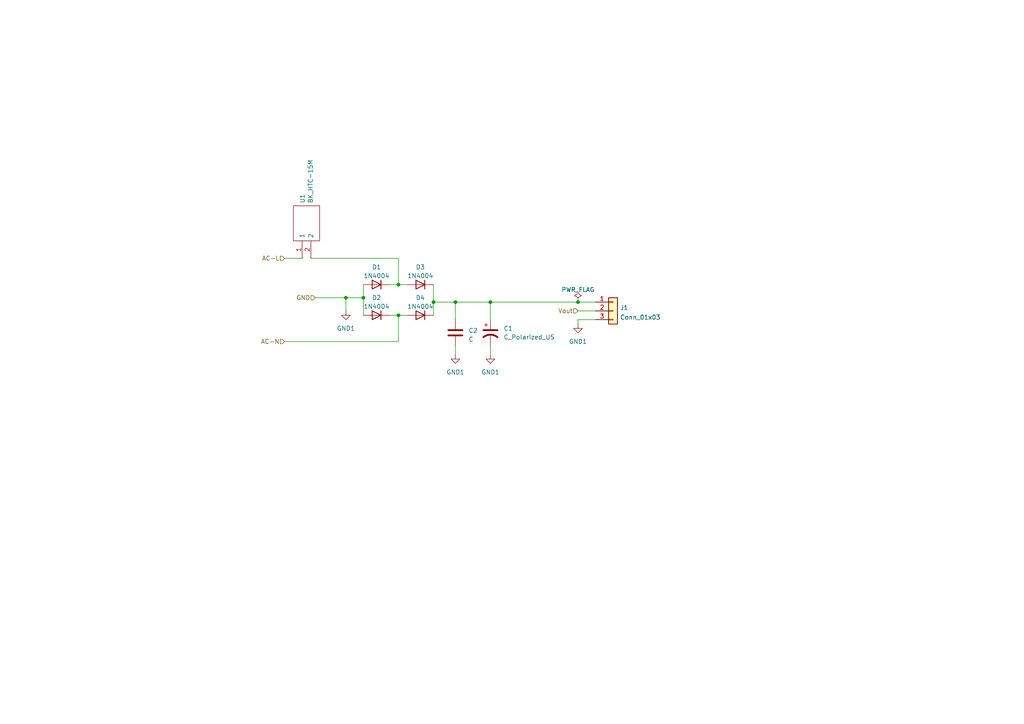
<source format=kicad_sch>
(kicad_sch (version 20230121) (generator eeschema)
  (paper "A4")
  (lib_symbols
    (symbol "Connector_Generic:Conn_01x03" (pin_names (offset 1.016) hide)
      (property "Reference" "J" (at 0 5.08 0))
      (property "Value" "Conn_01x03" (at 0 -5.08 0))
      (symbol "Conn_01x03_1_1"
        (rectangle (start -1.27 -2.413) (end 0 -2.667) (stroke (width 0.1524)))
        (rectangle (start -1.27 0.127) (end 0 -0.127) (stroke (width 0.1524)))
        (rectangle (start -1.27 2.667) (end 0 2.413) (stroke (width 0.1524)))
        (rectangle (start -1.27 3.81) (end 1.27 -3.81) (stroke (width 0.254)) (fill (type background)))
        (pin passive line (at -5.08 2.54 0) (length 3.81) (name "Pin_1") (number "1"))
        (pin passive line (at -5.08 0 0) (length 3.81) (name "Pin_2") (number "2"))
        (pin passive line (at -5.08 -2.54 0) (length 3.81) (name "Pin_3") (number "3"))
      )
    )
    (symbol "Device:C" (pin_numbers hide) (pin_names (offset 0.254))
      (property "Reference" "C" (at 0.635 2.54 0))
      (property "Value" "C" (at 0.635 -2.54 0))
      (symbol "C_0_1"
        (polyline (pts (xy -2.032 -0.762) (xy 2.032 -0.762)) (stroke (width 0.508)))
        (polyline (pts (xy -2.032 0.762) (xy 2.032 0.762)) (stroke (width 0.508)))
      )
      (symbol "C_1_1"
        (pin passive line (at 0 3.81 270) (length 2.794) (name "~") (number "1"))
        (pin passive line (at 0 -3.81 90) (length 2.794) (name "~") (number "2"))
      )
    )
    (symbol "Device:C_Polarized_US" (pin_numbers hide) (pin_names (offset 0.254) hide)
      (property "Reference" "C" (at 0.635 2.54 0))
      (property "Value" "C_Polarized_US" (at 0.635 -2.54 0))
      (symbol "C_Polarized_US_0_1"
        (polyline (pts (xy -2.032 0.762) (xy 2.032 0.762)) (stroke (width 0.508)))
        (polyline (pts (xy -1.778 2.286) (xy -0.762 2.286)))
        (polyline (pts (xy -1.27 1.778) (xy -1.27 2.794)))
        (arc (start 2.032 -1.27) (mid 0 -0.5572) (end -2.032 -1.27) (stroke (width 0.508)))
      )
      (symbol "C_Polarized_US_1_1"
        (pin passive line (at 0 3.81 270) (length 2.794) (name "~") (number "1"))
        (pin passive line (at 0 -3.81 90) (length 3.302) (name "~") (number "2"))
      )
    )
    (symbol "Diode:1N4004" (pin_numbers hide) (pin_names hide)
      (property "Reference" "D" (at 0 2.54 0))
      (property "Value" "1N4004" (at 0 -2.54 0))
      (symbol "1N4004_0_1"
        (polyline (pts (xy -1.27 1.27) (xy -1.27 -1.27)) (stroke (width 0.254)))
        (polyline (pts (xy 1.27 0) (xy -1.27 0)))
        (polyline (pts (xy 1.27 1.27) (xy 1.27 -1.27) (xy -1.27 0) (xy 1.27 1.27)) (stroke (width 0.254)))
      )
      (symbol "1N4004_1_1"
        (pin passive line (at -3.81 0 0) (length 2.54) (name "K") (number "1"))
        (pin passive line (at 3.81 0 180) (length 2.54) (name "A") (number "2"))
      )
    )
    (symbol "SamacSys_Parts:BK_HTC-15M" (pin_names (offset 0.762))
      (property "Reference" "U" (at 16.51 7.62 0))
      (property "Value" "SamacSys_Parts_BK_HTC-15M" (at 16.51 5.08 0))
      (symbol "BK_HTC-15M_0_0"
        (pin passive line (at 0 0 0) (length 5.08) (name "1") (number "1"))
        (pin passive line (at 0 -2.54 0) (length 5.08) (name "2") (number "2"))
      )
      (symbol "BK_HTC-15M_0_1"
        (polyline (pts (xy 5.08 2.54) (xy 15.24 2.54) (xy 15.24 -5.08) (xy 5.08 -5.08) (xy 5.08 2.54)) (stroke (width 0.1524)))
      )
    )
    (symbol "power:GND1" (power) (pin_names (offset 0))
      (property "Value" "GND1" (at 0 -3.81 0))
      (symbol "GND1_0_1"
        (polyline (pts (xy 0 0) (xy 0 -1.27) (xy 1.27 -1.27) (xy 0 -2.54) (xy -1.27 -1.27) (xy 0 -1.27)))
      )
      (symbol "GND1_1_1"
        (pin power_in line (at 0 0 270) (length 0) hide (name "GND1") (number "1"))
      )
    )
    (symbol "power:PWR_FLAG" (power) (pin_numbers hide) (pin_names (offset 0) hide)
      (property "Value" "PWR_FLAG" (at 0 3.81 0))
      (symbol "PWR_FLAG_0_0"
        (pin power_out line (at 0 0 90) (length 0) (name "pwr") (number "1"))
      )
      (symbol "PWR_FLAG_0_1"
        (polyline (pts (xy 0 0) (xy 0 1.27) (xy -1.016 1.905) (xy 0 2.54) (xy 1.016 1.905) (xy 0 1.27)))
      )
    )
  )
  (junction (at 125.73 87.63))
  (junction (at 167.64 87.63))
  (junction (at 100.33 86.36))
  (junction (at 105.41 86.36))
  (junction (at 132.08 87.63))
  (junction (at 115.57 91.44))
  (junction (at 142.24 87.63))
  (junction (at 115.57 82.55))
  (wire (pts (xy 142.24 87.63) (xy 167.64 87.63)))
  (wire (pts (xy 91.44 86.36) (xy 100.33 86.36)))
  (wire (pts (xy 167.64 90.17) (xy 172.72 90.17)))
  (wire (pts (xy 105.41 82.55) (xy 105.41 86.36)))
  (wire (pts (xy 115.57 91.44) (xy 118.11 91.44)))
  (wire (pts (xy 113.03 91.44) (xy 115.57 91.44)))
  (wire (pts (xy 113.03 82.55) (xy 115.57 82.55)))
  (wire (pts (xy 132.08 100.33) (xy 132.08 102.87)))
  (wire (pts (xy 100.33 86.36) (xy 100.33 90.17)))
  (wire (pts (xy 142.24 87.63) (xy 142.24 92.71)))
  (wire (pts (xy 125.73 82.55) (xy 125.73 87.63)))
  (wire (pts (xy 132.08 92.71) (xy 132.08 87.63)))
  (wire (pts (xy 82.55 74.93) (xy 87.63 74.93)))
  (wire (pts (xy 167.64 87.63) (xy 172.72 87.63)))
  (wire (pts (xy 90.17 74.93) (xy 115.57 74.93)))
  (wire (pts (xy 100.33 86.36) (xy 105.41 86.36)))
  (wire (pts (xy 115.57 82.55) (xy 118.11 82.55)))
  (wire (pts (xy 82.55 99.06) (xy 115.57 99.06)))
  (wire (pts (xy 115.57 74.93) (xy 115.57 82.55)))
  (wire (pts (xy 125.73 87.63) (xy 132.08 87.63)))
  (wire (pts (xy 172.72 92.71) (xy 167.64 92.71)))
  (wire (pts (xy 167.64 92.71) (xy 167.64 93.98)))
  (wire (pts (xy 115.57 99.06) (xy 115.57 91.44)))
  (wire (pts (xy 105.41 86.36) (xy 105.41 91.44)))
  (wire (pts (xy 142.24 100.33) (xy 142.24 102.87)))
  (wire (pts (xy 132.08 87.63) (xy 142.24 87.63)))
  (wire (pts (xy 125.73 87.63) (xy 125.73 91.44)))
  (hierarchical_label "Vout" (shape input) (at 167.64 90.17 180))
  (hierarchical_label "AC-N" (shape input) (at 82.55 99.06 180))
  (hierarchical_label "AC-L" (shape input) (at 82.55 74.93 180))
  (hierarchical_label "GND" (shape input) (at 91.44 86.36 180))
  (symbol (lib_id "Diode:1N4004") (at 109.22 82.55 0) (mirror y) (unit 1)
    (property "Reference" "D1" (at 109.22 77.47 0))
    (property "Value" "1N4004" (at 109.22 80.01 0))
    (property "Footprint" "Diode_THT:D_DO-41_SOD81_P10.16mm_Horizontal" (effects hide))
    (property "Datasheet" "http://www.vishay.com/docs/88503/1n4001.pdf" (effects hide))
    (property "Sim.Device" "D" (effects hide))
    (property "Sim.Pins" "1=K 2=A" (effects hide))
  )
  (symbol (lib_id "power:GND1") (at 132.08 102.87 0) (unit 1)
    (property "Reference" "#PWR03" (effects hide))
    (property "Value" "GND1" (at 132.08 107.95 0))
  )
  (symbol (lib_id "Connector_Generic:Conn_01x03") (at 177.8 90.17 0) (unit 1)
    (property "Reference" "J1" (at 179.832 89.2615 0) (effects (justify left)))
    (property "Value" "Conn_01x03" (at 179.832 92.0366 0) (effects (justify left)))
    (property "Footprint" "Connector_PinHeader_2.54mm:PinHeader_1x03_P2.54mm_Vertical" (effects hide))
    (instances (project "LM2670SX-Carrier-SMD-inductor" (path "" (reference "J1") (unit 1))) (project "MakeItRain" (path "" (reference "J5") (unit 1))) (project "AMS-Mega2560-Base" (path "" (reference "J7") (unit 1))) (project "Chilly Willy" (path "" (reference "J1") (unit 1))))
  )
  (symbol (lib_id "Diode:1N4004") (at 121.92 91.44 0) (mirror y) (unit 1)
    (property "Reference" "D4" (at 121.92 86.36 0))
    (property "Value" "1N4004" (at 121.92 88.9 0))
    (property "Footprint" "Diode_THT:D_DO-41_SOD81_P10.16mm_Horizontal" (effects hide))
    (property "Datasheet" "http://www.vishay.com/docs/88503/1n4001.pdf" (effects hide))
    (property "Sim.Device" "D" (effects hide))
    (property "Sim.Pins" "1=K 2=A" (effects hide))
  )
  (symbol (lib_id "power:GND1") (at 100.33 90.17 0) (unit 1)
    (property "Reference" "#PWR04" (effects hide))
    (property "Value" "GND1" (at 100.33 95.25 0))
  )
  (symbol (lib_id "power:GND1") (at 142.24 102.87 0) (unit 1)
    (property "Reference" "#PWR05" (effects hide))
    (property "Value" "GND1" (at 142.24 107.95 0))
  )
  (symbol (lib_id "power:PWR_FLAG") (at 167.64 87.63 0) (unit 1)
    (property "Reference" "#FLG02" (effects hide))
    (property "Value" "PWR_FLAG" (at 167.64 84.0255 0))
    (instances (project "LM2670SX-Carrier-SMD-inductor" (path "" (reference "#FLG02") (unit 1))) (project "AMS-Mega2560-Base" (path "" (reference "#FLG01") (unit 1))) (project "Chilly Willy" (path "" (reference "#FLG01") (unit 1))))
  )
  (symbol (lib_id "Device:C") (at 132.08 96.52 0) (unit 1)
    (property "Reference" "C2" (at 135.89 95.885 0) (effects (justify left)))
    (property "Value" "C" (at 135.89 98.425 0) (effects (justify left)))
  )
  (symbol (lib_id "SamacSys_Parts:BK_HTC-15M") (at 87.63 74.93 90) (unit 1)
    (property "Reference" "U1" (at 87.7316 58.9788 0) (effects (justify left)))
    (property "Value" "BK_HTC-15M" (at 90.043 58.9788 0) (effects (justify left)))
    (property "Footprint" "SamacSys_Parts:BK_HTC-15M" (effects hide))
    (property "Description" "Fuse Holder PCB FUSE BLOCK" (effects hide))
    (property "Mouser Part Number" "504-HTC-15M" (effects hide))
    (property "Mouser Price/Stock" "https://www.mouser.co.uk/ProductDetail/Bussmann-Eaton/BK-HTC-15M?qs=xYgILgh9YcIcij8kQUilpQ%3D%3D" (effects hide))
    (property "Manufacturer_Name" "Eaton" (effects hide))
    (property "Manufacturer_Part_Number" "BK/HTC-15M" (effects hide))
  )
  (symbol (lib_id "Device:C_Polarized_US") (at 142.24 96.52 0) (unit 1)
    (property "Reference" "C1" (at 146.05 95.25 0) (effects (justify left)))
    (property "Value" "C_Polarized_US" (at 146.05 97.79 0) (effects (justify left)))
  )
  (symbol (lib_id "Diode:1N4004") (at 121.92 82.55 0) (mirror y) (unit 1)
    (property "Reference" "D3" (at 121.92 77.47 0))
    (property "Value" "1N4004" (at 121.92 80.01 0))
    (property "Footprint" "Diode_THT:D_DO-41_SOD81_P10.16mm_Horizontal" (effects hide))
    (property "Datasheet" "http://www.vishay.com/docs/88503/1n4001.pdf" (effects hide))
    (property "Sim.Device" "D" (effects hide))
    (property "Sim.Pins" "1=K 2=A" (effects hide))
  )
  (symbol (lib_id "power:GND1") (at 167.64 93.98 0) (unit 1)
    (property "Reference" "#PWR06" (effects hide))
    (property "Value" "GND1" (at 167.64 99.06 0))
  )
  (symbol (lib_id "Diode:1N4004") (at 109.22 91.44 0) (mirror y) (unit 1)
    (property "Reference" "D2" (at 109.22 86.36 0))
    (property "Value" "1N4004" (at 109.22 88.9 0))
    (property "Footprint" "Diode_THT:D_DO-41_SOD81_P10.16mm_Horizontal" (effects hide))
    (property "Datasheet" "http://www.vishay.com/docs/88503/1n4001.pdf" (effects hide))
    (property "Sim.Device" "D" (effects hide))
    (property "Sim.Pins" "1=K 2=A" (effects hide))
  )
)
</source>
